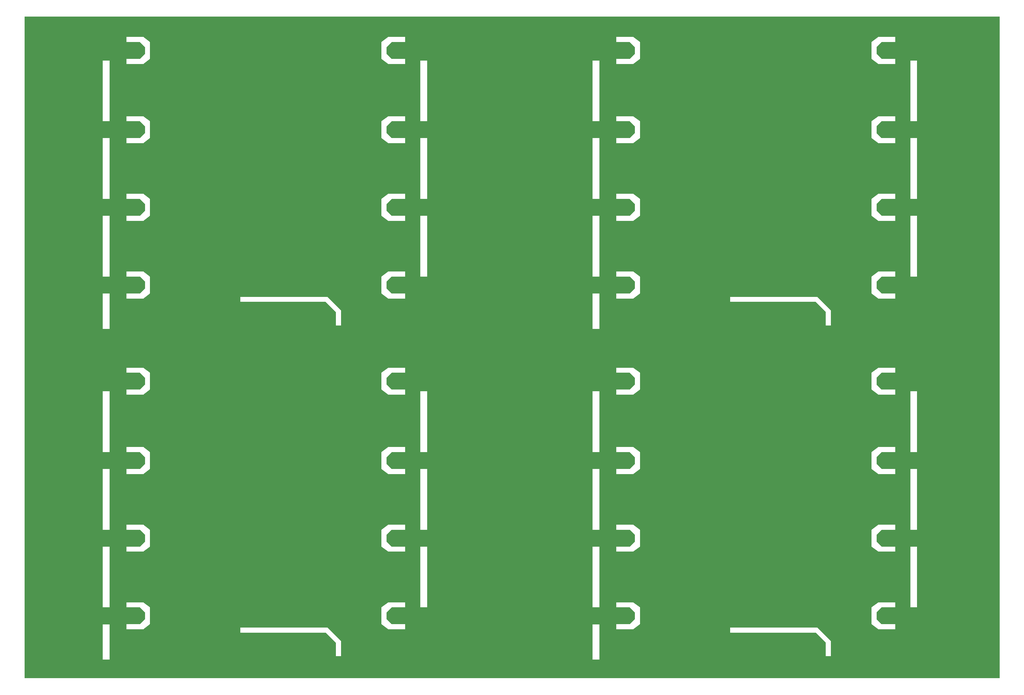
<source format=gbr>
G04 DipTrace 2.4.0.2*
%INBoard.gbr*%
%MOIN*%
%ADD11C,0.0055*%
%FSLAX44Y44*%
G04*
G70*
G90*
G75*
G01*
%LNBoardPoly*%
%LPD*%
G36*
X3937Y81102D2*
D11*
X117520D1*
Y3937D1*
X3937D1*
Y81102D1*
G37*
%LNBoardPolyC*%
%LPC*%
G36*
X13031Y75984D2*
X13819D1*
Y68898D1*
X13031D1*
Y75984D1*
G37*
G36*
Y57874D2*
X13819D1*
Y50787D1*
X13031D1*
Y57874D1*
G37*
G36*
Y66929D2*
X13819D1*
Y59843D1*
X13031D1*
Y66929D1*
G37*
G36*
X50039Y75984D2*
X50827D1*
Y68898D1*
X50039D1*
Y75984D1*
G37*
G36*
Y57874D2*
X50827D1*
Y50787D1*
X50039D1*
Y57874D1*
G37*
G36*
X15787Y78740D2*
Y78150D1*
X17362D1*
X17953Y77559D1*
Y76772D1*
X17362Y76181D1*
X15787D1*
Y75591D1*
X17756D1*
X18543Y76181D1*
Y78150D1*
X17756Y78740D1*
X15787D1*
G37*
G36*
Y69488D2*
Y68898D1*
X17362D1*
X17953Y68307D1*
Y67520D1*
X17362Y66929D1*
X15787D1*
Y66339D1*
X17756D1*
X18543Y66929D1*
Y68898D1*
X17756Y69488D1*
X15787D1*
G37*
G36*
Y60433D2*
Y59843D1*
X17362D1*
X17953Y59252D1*
Y58465D1*
X17362Y57874D1*
X15787D1*
Y57283D1*
X17756D1*
X18543Y57874D1*
Y59843D1*
X17756Y60433D1*
X15787D1*
G37*
G36*
Y51378D2*
Y50787D1*
X17362D1*
X17953Y50197D1*
Y49409D1*
X17362Y48819D1*
X15787D1*
Y48228D1*
X17756D1*
X18543Y48819D1*
Y50787D1*
X17756Y51378D1*
X15787D1*
G37*
G36*
X48268Y75591D2*
Y76181D1*
X46693D1*
X46102Y76772D1*
Y77559D1*
X46693Y78150D1*
X48268D1*
Y78740D1*
X46299D1*
X45512Y78150D1*
Y76181D1*
X46299Y75591D1*
X48268D1*
G37*
G36*
Y66339D2*
Y66929D1*
X46693D1*
X46102Y67520D1*
Y68307D1*
X46693Y68898D1*
X48268D1*
Y69488D1*
X46299D1*
X45512Y68898D1*
Y66929D1*
X46299Y66339D1*
X48268D1*
G37*
G36*
Y57283D2*
Y57874D1*
X46693D1*
X46102Y58465D1*
Y59252D1*
X46693Y59843D1*
X48268D1*
Y60433D1*
X46299D1*
X45512Y59843D1*
Y57874D1*
X46299Y57283D1*
X48268D1*
G37*
G36*
Y48228D2*
Y48819D1*
X46693D1*
X46102Y49409D1*
Y50197D1*
X46693Y50787D1*
X48268D1*
Y51378D1*
X46299D1*
X45512Y50787D1*
Y48819D1*
X46299Y48228D1*
X48268D1*
G37*
G36*
X50039Y66929D2*
X50827D1*
Y59843D1*
X50039D1*
Y66929D1*
G37*
G36*
X29055Y47835D2*
X30079D1*
X30945D1*
X39016D1*
X40000Y46850D1*
X40197Y46654D1*
Y45079D1*
X40787D1*
Y46850D1*
X39213Y48425D1*
X30551D1*
X29528D1*
X29055D1*
Y47835D1*
G37*
G36*
X13032Y48797D2*
X13819D1*
Y44681D1*
X13032D1*
Y48797D1*
G37*
G36*
X13031Y37402D2*
X13819D1*
Y30315D1*
X13031D1*
Y37402D1*
G37*
G36*
Y19291D2*
X13819D1*
Y12205D1*
X13031D1*
Y19291D1*
G37*
G36*
Y28346D2*
X13819D1*
Y21260D1*
X13031D1*
Y28346D1*
G37*
G36*
X50039Y37402D2*
X50827D1*
Y30315D1*
X50039D1*
Y37402D1*
G37*
G36*
Y19291D2*
X50827D1*
Y12205D1*
X50039D1*
Y19291D1*
G37*
G36*
X15787Y40157D2*
Y39567D1*
X17362D1*
X17953Y38976D1*
Y38189D1*
X17362Y37598D1*
X15787D1*
Y37008D1*
X17756D1*
X18543Y37598D1*
Y39567D1*
X17756Y40157D1*
X15787D1*
G37*
G36*
Y30906D2*
Y30315D1*
X17362D1*
X17953Y29724D1*
Y28937D1*
X17362Y28346D1*
X15787D1*
Y27756D1*
X17756D1*
X18543Y28346D1*
Y30315D1*
X17756Y30906D1*
X15787D1*
G37*
G36*
Y21850D2*
Y21260D1*
X17362D1*
X17953Y20669D1*
Y19882D1*
X17362Y19291D1*
X15787D1*
Y18701D1*
X17756D1*
X18543Y19291D1*
Y21260D1*
X17756Y21850D1*
X15787D1*
G37*
G36*
Y12795D2*
Y12205D1*
X17362D1*
X17953Y11614D1*
Y10827D1*
X17362Y10236D1*
X15787D1*
Y9646D1*
X17756D1*
X18543Y10236D1*
Y12205D1*
X17756Y12795D1*
X15787D1*
G37*
G36*
X48268Y37008D2*
Y37598D1*
X46693D1*
X46102Y38189D1*
Y38976D1*
X46693Y39567D1*
X48268D1*
Y40157D1*
X46299D1*
X45512Y39567D1*
Y37598D1*
X46299Y37008D1*
X48268D1*
G37*
G36*
Y27756D2*
Y28346D1*
X46693D1*
X46102Y28937D1*
Y29724D1*
X46693Y30315D1*
X48268D1*
Y30906D1*
X46299D1*
X45512Y30315D1*
Y28346D1*
X46299Y27756D1*
X48268D1*
G37*
G36*
Y18701D2*
Y19291D1*
X46693D1*
X46102Y19882D1*
Y20669D1*
X46693Y21260D1*
X48268D1*
Y21850D1*
X46299D1*
X45512Y21260D1*
Y19291D1*
X46299Y18701D1*
X48268D1*
G37*
G36*
Y9646D2*
Y10236D1*
X46693D1*
X46102Y10827D1*
Y11614D1*
X46693Y12205D1*
X48268D1*
Y12795D1*
X46299D1*
X45512Y12205D1*
Y10236D1*
X46299Y9646D1*
X48268D1*
G37*
G36*
X50039Y28346D2*
X50827D1*
Y21260D1*
X50039D1*
Y28346D1*
G37*
G36*
X29055Y9252D2*
X30079D1*
X30945D1*
X39016D1*
X40000Y8268D1*
X40197Y8071D1*
Y6496D1*
X40787D1*
Y8268D1*
X39213Y9843D1*
X30551D1*
X29528D1*
X29055D1*
Y9252D1*
G37*
G36*
X13032Y10214D2*
X13819D1*
Y6098D1*
X13032D1*
Y10214D1*
G37*
G36*
X70118Y75984D2*
X70906D1*
Y68898D1*
X70118D1*
Y75984D1*
G37*
G36*
Y57874D2*
X70906D1*
Y50787D1*
X70118D1*
Y57874D1*
G37*
G36*
Y66929D2*
X70906D1*
Y59843D1*
X70118D1*
Y66929D1*
G37*
G36*
X107126Y75984D2*
X107913D1*
Y68898D1*
X107126D1*
Y75984D1*
G37*
G36*
Y57874D2*
X107913D1*
Y50787D1*
X107126D1*
Y57874D1*
G37*
G36*
X72874Y78740D2*
Y78150D1*
X74449D1*
X75039Y77559D1*
Y76772D1*
X74449Y76181D1*
X72874D1*
Y75591D1*
X74843D1*
X75630Y76181D1*
Y78150D1*
X74843Y78740D1*
X72874D1*
G37*
G36*
Y69488D2*
Y68898D1*
X74449D1*
X75039Y68307D1*
Y67520D1*
X74449Y66929D1*
X72874D1*
Y66339D1*
X74843D1*
X75630Y66929D1*
Y68898D1*
X74843Y69488D1*
X72874D1*
G37*
G36*
Y60433D2*
Y59843D1*
X74449D1*
X75039Y59252D1*
Y58465D1*
X74449Y57874D1*
X72874D1*
Y57283D1*
X74843D1*
X75630Y57874D1*
Y59843D1*
X74843Y60433D1*
X72874D1*
G37*
G36*
Y51378D2*
Y50787D1*
X74449D1*
X75039Y50197D1*
Y49409D1*
X74449Y48819D1*
X72874D1*
Y48228D1*
X74843D1*
X75630Y48819D1*
Y50787D1*
X74843Y51378D1*
X72874D1*
G37*
G36*
X105354Y75591D2*
Y76181D1*
X103780D1*
X103189Y76772D1*
Y77559D1*
X103780Y78150D1*
X105354D1*
Y78740D1*
X103386D1*
X102598Y78150D1*
Y76181D1*
X103386Y75591D1*
X105354D1*
G37*
G36*
Y66339D2*
Y66929D1*
X103780D1*
X103189Y67520D1*
Y68307D1*
X103780Y68898D1*
X105354D1*
Y69488D1*
X103386D1*
X102598Y68898D1*
Y66929D1*
X103386Y66339D1*
X105354D1*
G37*
G36*
Y57283D2*
Y57874D1*
X103780D1*
X103189Y58465D1*
Y59252D1*
X103780Y59843D1*
X105354D1*
Y60433D1*
X103386D1*
X102598Y59843D1*
Y57874D1*
X103386Y57283D1*
X105354D1*
G37*
G36*
Y48228D2*
Y48819D1*
X103780D1*
X103189Y49409D1*
Y50197D1*
X103780Y50787D1*
X105354D1*
Y51378D1*
X103386D1*
X102598Y50787D1*
Y48819D1*
X103386Y48228D1*
X105354D1*
G37*
G36*
X107126Y66929D2*
X107913D1*
Y59843D1*
X107126D1*
Y66929D1*
G37*
G36*
X86142Y47835D2*
X87165D1*
X88031D1*
X96102D1*
X97087Y46850D1*
X97283Y46654D1*
Y45079D1*
X97874D1*
Y46850D1*
X96299Y48425D1*
X87638D1*
X86614D1*
X86142D1*
Y47835D1*
G37*
G36*
X70118Y48797D2*
X70906D1*
Y44681D1*
X70118D1*
Y48797D1*
G37*
G36*
Y37402D2*
X70906D1*
Y30315D1*
X70118D1*
Y37402D1*
G37*
G36*
Y19291D2*
X70906D1*
Y12205D1*
X70118D1*
Y19291D1*
G37*
G36*
Y28346D2*
X70906D1*
Y21260D1*
X70118D1*
Y28346D1*
G37*
G36*
X107126Y37402D2*
X107913D1*
Y30315D1*
X107126D1*
Y37402D1*
G37*
G36*
Y19291D2*
X107913D1*
Y12205D1*
X107126D1*
Y19291D1*
G37*
G36*
X72874Y40157D2*
Y39567D1*
X74449D1*
X75039Y38976D1*
Y38189D1*
X74449Y37598D1*
X72874D1*
Y37008D1*
X74843D1*
X75630Y37598D1*
Y39567D1*
X74843Y40157D1*
X72874D1*
G37*
G36*
Y30906D2*
Y30315D1*
X74449D1*
X75039Y29724D1*
Y28937D1*
X74449Y28346D1*
X72874D1*
Y27756D1*
X74843D1*
X75630Y28346D1*
Y30315D1*
X74843Y30906D1*
X72874D1*
G37*
G36*
Y21850D2*
Y21260D1*
X74449D1*
X75039Y20669D1*
Y19882D1*
X74449Y19291D1*
X72874D1*
Y18701D1*
X74843D1*
X75630Y19291D1*
Y21260D1*
X74843Y21850D1*
X72874D1*
G37*
G36*
Y12795D2*
Y12205D1*
X74449D1*
X75039Y11614D1*
Y10827D1*
X74449Y10236D1*
X72874D1*
Y9646D1*
X74843D1*
X75630Y10236D1*
Y12205D1*
X74843Y12795D1*
X72874D1*
G37*
G36*
X105354Y37008D2*
Y37598D1*
X103780D1*
X103189Y38189D1*
Y38976D1*
X103780Y39567D1*
X105354D1*
Y40157D1*
X103386D1*
X102598Y39567D1*
Y37598D1*
X103386Y37008D1*
X105354D1*
G37*
G36*
Y27756D2*
Y28346D1*
X103780D1*
X103189Y28937D1*
Y29724D1*
X103780Y30315D1*
X105354D1*
Y30906D1*
X103386D1*
X102598Y30315D1*
Y28346D1*
X103386Y27756D1*
X105354D1*
G37*
G36*
Y18701D2*
Y19291D1*
X103780D1*
X103189Y19882D1*
Y20669D1*
X103780Y21260D1*
X105354D1*
Y21850D1*
X103386D1*
X102598Y21260D1*
Y19291D1*
X103386Y18701D1*
X105354D1*
G37*
G36*
Y9646D2*
Y10236D1*
X103780D1*
X103189Y10827D1*
Y11614D1*
X103780Y12205D1*
X105354D1*
Y12795D1*
X103386D1*
X102598Y12205D1*
Y10236D1*
X103386Y9646D1*
X105354D1*
G37*
G36*
X107126Y28346D2*
X107913D1*
Y21260D1*
X107126D1*
Y28346D1*
G37*
G36*
X86142Y9252D2*
X87165D1*
X88031D1*
X96102D1*
X97087Y8268D1*
X97283Y8071D1*
Y6496D1*
X97874D1*
Y8268D1*
X96299Y9843D1*
X87638D1*
X86614D1*
X86142D1*
Y9252D1*
G37*
G36*
X70118Y10214D2*
X70906D1*
Y6098D1*
X70118D1*
Y10214D1*
G37*
M02*

</source>
